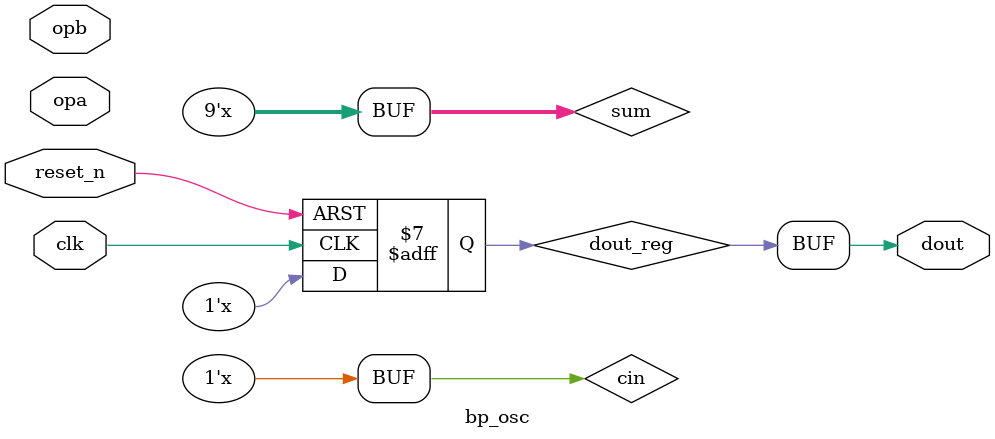
<source format=v>
module bp_osc #(parameter WIDTH = 8)
             (
              input wire                   clk,
              input wire                   reset_n,
              input wire [(WIDTH - 1) : 0] opa,
              input wire [(WIDTH - 1) : 0] opb,
              output wire                  dout
             );
  reg dout_reg;
  reg [WIDTH : 0] sum;
  reg 	          cin;
  assign dout = dout_reg;
     always @ (posedge clk or negedge reset_n)
       begin
         if (!reset_n)
           begin
             dout_reg <= 1'b0;
           end
         else
           begin
             dout_reg <= cin;
           end
       end
  always @*
    begin: adder_osc
      cin = ~sum[WIDTH];
      sum = opa + opb + cin;
    end
endmodule
</source>
